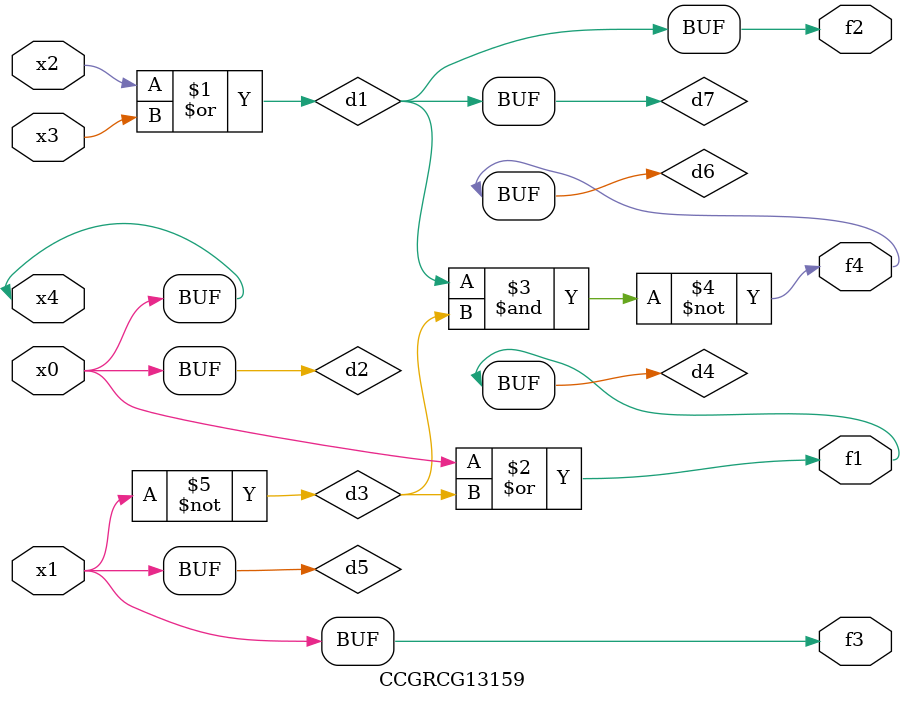
<source format=v>
module CCGRCG13159(
	input x0, x1, x2, x3, x4,
	output f1, f2, f3, f4
);

	wire d1, d2, d3, d4, d5, d6, d7;

	or (d1, x2, x3);
	buf (d2, x0, x4);
	not (d3, x1);
	or (d4, d2, d3);
	not (d5, d3);
	nand (d6, d1, d3);
	or (d7, d1);
	assign f1 = d4;
	assign f2 = d7;
	assign f3 = d5;
	assign f4 = d6;
endmodule

</source>
